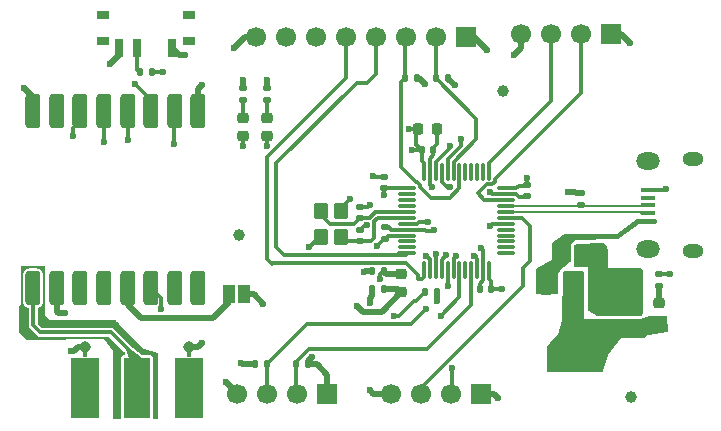
<source format=gbr>
%TF.GenerationSoftware,KiCad,Pcbnew,9.0.3*%
%TF.CreationDate,2025-09-24T15:40:22-07:00*%
%TF.ProjectId,linklet,6c696e6b-6c65-4742-9e6b-696361645f70,rev?*%
%TF.SameCoordinates,Original*%
%TF.FileFunction,Copper,L1,Top*%
%TF.FilePolarity,Positive*%
%FSLAX46Y46*%
G04 Gerber Fmt 4.6, Leading zero omitted, Abs format (unit mm)*
G04 Created by KiCad (PCBNEW 9.0.3) date 2025-09-24 15:40:22*
%MOMM*%
%LPD*%
G01*
G04 APERTURE LIST*
G04 Aperture macros list*
%AMRoundRect*
0 Rectangle with rounded corners*
0 $1 Rounding radius*
0 $2 $3 $4 $5 $6 $7 $8 $9 X,Y pos of 4 corners*
0 Add a 4 corners polygon primitive as box body*
4,1,4,$2,$3,$4,$5,$6,$7,$8,$9,$2,$3,0*
0 Add four circle primitives for the rounded corners*
1,1,$1+$1,$2,$3*
1,1,$1+$1,$4,$5*
1,1,$1+$1,$6,$7*
1,1,$1+$1,$8,$9*
0 Add four rect primitives between the rounded corners*
20,1,$1+$1,$2,$3,$4,$5,0*
20,1,$1+$1,$4,$5,$6,$7,0*
20,1,$1+$1,$6,$7,$8,$9,0*
20,1,$1+$1,$8,$9,$2,$3,0*%
G04 Aperture macros list end*
%TA.AperFunction,SMDPad,CuDef*%
%ADD10RoundRect,0.140000X0.140000X0.170000X-0.140000X0.170000X-0.140000X-0.170000X0.140000X-0.170000X0*%
%TD*%
%TA.AperFunction,SMDPad,CuDef*%
%ADD11C,1.000000*%
%TD*%
%TA.AperFunction,ComponentPad*%
%ADD12R,1.700000X1.700000*%
%TD*%
%TA.AperFunction,ComponentPad*%
%ADD13C,1.700000*%
%TD*%
%TA.AperFunction,SMDPad,CuDef*%
%ADD14RoundRect,0.317500X-0.317500X1.157500X-0.317500X-1.157500X0.317500X-1.157500X0.317500X1.157500X0*%
%TD*%
%TA.AperFunction,SMDPad,CuDef*%
%ADD15RoundRect,0.135000X-0.135000X-0.185000X0.135000X-0.185000X0.135000X0.185000X-0.135000X0.185000X0*%
%TD*%
%TA.AperFunction,SMDPad,CuDef*%
%ADD16RoundRect,0.225000X-0.225000X-0.250000X0.225000X-0.250000X0.225000X0.250000X-0.225000X0.250000X0*%
%TD*%
%TA.AperFunction,SMDPad,CuDef*%
%ADD17RoundRect,0.140000X0.170000X-0.140000X0.170000X0.140000X-0.170000X0.140000X-0.170000X-0.140000X0*%
%TD*%
%TA.AperFunction,SMDPad,CuDef*%
%ADD18RoundRect,0.135000X-0.185000X0.135000X-0.185000X-0.135000X0.185000X-0.135000X0.185000X0.135000X0*%
%TD*%
%TA.AperFunction,SMDPad,CuDef*%
%ADD19R,1.300000X0.450000*%
%TD*%
%TA.AperFunction,HeatsinkPad*%
%ADD20O,1.800000X1.150000*%
%TD*%
%TA.AperFunction,HeatsinkPad*%
%ADD21O,2.000000X1.450000*%
%TD*%
%TA.AperFunction,SMDPad,CuDef*%
%ADD22RoundRect,0.075000X-0.662500X-0.075000X0.662500X-0.075000X0.662500X0.075000X-0.662500X0.075000X0*%
%TD*%
%TA.AperFunction,SMDPad,CuDef*%
%ADD23RoundRect,0.075000X-0.075000X-0.662500X0.075000X-0.662500X0.075000X0.662500X-0.075000X0.662500X0*%
%TD*%
%TA.AperFunction,SMDPad,CuDef*%
%ADD24R,1.000000X0.800000*%
%TD*%
%TA.AperFunction,SMDPad,CuDef*%
%ADD25R,0.700000X1.500000*%
%TD*%
%TA.AperFunction,SMDPad,CuDef*%
%ADD26R,2.290000X5.080000*%
%TD*%
%TA.AperFunction,SMDPad,CuDef*%
%ADD27R,2.420000X5.080000*%
%TD*%
%TA.AperFunction,SMDPad,CuDef*%
%ADD28R,0.460000X0.950000*%
%TD*%
%TA.AperFunction,ComponentPad*%
%ADD29C,0.970000*%
%TD*%
%TA.AperFunction,SMDPad,CuDef*%
%ADD30RoundRect,0.375000X-0.375000X0.625000X-0.375000X-0.625000X0.375000X-0.625000X0.375000X0.625000X0*%
%TD*%
%TA.AperFunction,SMDPad,CuDef*%
%ADD31RoundRect,0.500000X-1.400000X0.500000X-1.400000X-0.500000X1.400000X-0.500000X1.400000X0.500000X0*%
%TD*%
%TA.AperFunction,SMDPad,CuDef*%
%ADD32RoundRect,0.250000X-0.350000X0.450000X-0.350000X-0.450000X0.350000X-0.450000X0.350000X0.450000X0*%
%TD*%
%TA.AperFunction,SMDPad,CuDef*%
%ADD33RoundRect,0.140000X-0.140000X-0.170000X0.140000X-0.170000X0.140000X0.170000X-0.140000X0.170000X0*%
%TD*%
%TA.AperFunction,SMDPad,CuDef*%
%ADD34RoundRect,0.250000X0.475000X-0.250000X0.475000X0.250000X-0.475000X0.250000X-0.475000X-0.250000X0*%
%TD*%
%TA.AperFunction,SMDPad,CuDef*%
%ADD35RoundRect,0.218750X0.256250X-0.218750X0.256250X0.218750X-0.256250X0.218750X-0.256250X-0.218750X0*%
%TD*%
%TA.AperFunction,SMDPad,CuDef*%
%ADD36RoundRect,0.218750X-0.256250X0.218750X-0.256250X-0.218750X0.256250X-0.218750X0.256250X0.218750X0*%
%TD*%
%TA.AperFunction,SMDPad,CuDef*%
%ADD37RoundRect,0.250000X-0.250000X-0.475000X0.250000X-0.475000X0.250000X0.475000X-0.250000X0.475000X0*%
%TD*%
%TA.AperFunction,SMDPad,CuDef*%
%ADD38RoundRect,0.135000X0.135000X0.185000X-0.135000X0.185000X-0.135000X-0.185000X0.135000X-0.185000X0*%
%TD*%
%TA.AperFunction,SMDPad,CuDef*%
%ADD39R,1.000000X1.500000*%
%TD*%
%TA.AperFunction,SMDPad,CuDef*%
%ADD40RoundRect,0.140000X-0.170000X0.140000X-0.170000X-0.140000X0.170000X-0.140000X0.170000X0.140000X0*%
%TD*%
%TA.AperFunction,ViaPad*%
%ADD41C,0.600000*%
%TD*%
%TA.AperFunction,Conductor*%
%ADD42C,0.500000*%
%TD*%
%TA.AperFunction,Conductor*%
%ADD43C,0.300000*%
%TD*%
%TA.AperFunction,Conductor*%
%ADD44C,0.200000*%
%TD*%
%TA.AperFunction,Conductor*%
%ADD45C,0.349394*%
%TD*%
G04 APERTURE END LIST*
D10*
%TO.P,C1,1*%
%TO.N,+3.3V*%
X97980000Y-103312500D03*
%TO.P,C1,2*%
%TO.N,GND*%
X97020000Y-103312500D03*
%TD*%
D11*
%TO.P,FID1,*%
%TO.N,*%
X109800000Y-112500000D03*
%TD*%
D12*
%TO.P,J7,1,Pin_1*%
%TO.N,+3.3V*%
X95890000Y-82000000D03*
D13*
%TO.P,J7,2,Pin_2*%
%TO.N,/USER_I2C_SDA*%
X93350000Y-82000000D03*
%TO.P,J7,3,Pin_3*%
%TO.N,/USER_I2C_SCL*%
X90810000Y-82000000D03*
%TO.P,J7,4,Pin_4*%
%TO.N,/USER_UART_TX*%
X88270000Y-82000000D03*
%TO.P,J7,5,Pin_5*%
%TO.N,/USER_UART_RX*%
X85730000Y-82000000D03*
%TO.P,J7,6,Pin_6*%
%TO.N,unconnected-(J7-Pin_6-Pad6)*%
X83190000Y-82000000D03*
%TO.P,J7,7,Pin_7*%
%TO.N,unconnected-(J7-Pin_7-Pad7)*%
X80650000Y-82000000D03*
%TO.P,J7,8,Pin_8*%
%TO.N,GND*%
X78110000Y-82000000D03*
%TD*%
D14*
%TO.P,U3,1,GND*%
%TO.N,GND*%
X73200000Y-88225000D03*
%TO.P,U3,2,MISO*%
%TO.N,/RFM69HCW_MISO*%
X71200000Y-88225000D03*
%TO.P,U3,3,MOSI*%
%TO.N,/RFM69HCW_MOSI*%
X69200000Y-88225000D03*
%TO.P,U3,4,SCK*%
%TO.N,/RFM69HCW_SCK*%
X67200000Y-88225000D03*
%TO.P,U3,5,NSS*%
%TO.N,/RFM69HCW_CS*%
X65200000Y-88225000D03*
%TO.P,U3,6,RESET*%
%TO.N,/RFM69HCW_RESET*%
X63200000Y-88225000D03*
%TO.P,U3,7,DIO5*%
%TO.N,unconnected-(U3-DIO5-Pad7)*%
X61200000Y-88225000D03*
%TO.P,U3,8,GND*%
%TO.N,GND*%
X59200000Y-88225000D03*
%TO.P,U3,9,ANT*%
%TO.N,/RFM69HCW_ANT*%
X59200000Y-103275000D03*
%TO.P,U3,10,GND*%
%TO.N,GND*%
X61200000Y-103275000D03*
%TO.P,U3,11,DIO3*%
%TO.N,unconnected-(U3-DIO3-Pad11)*%
X63200000Y-103275000D03*
%TO.P,U3,12,DIO4*%
%TO.N,unconnected-(U3-DIO4-Pad12)*%
X65200000Y-103275000D03*
%TO.P,U3,13,3.3V*%
%TO.N,Net-(JP1-B)*%
X67200000Y-103275000D03*
%TO.P,U3,14,DIO0*%
%TO.N,/RFM69HCW_IRQ*%
X69200000Y-103275000D03*
%TO.P,U3,15,DIO1*%
%TO.N,unconnected-(U3-DIO1-Pad15)*%
X71200000Y-103275000D03*
%TO.P,U3,16,DIO2*%
%TO.N,unconnected-(U3-DIO2-Pad16)*%
X73200000Y-103275000D03*
%TD*%
D15*
%TO.P,R8,1*%
%TO.N,/USER_I2C_SCL*%
X90690000Y-85500000D03*
%TO.P,R8,2*%
%TO.N,+3.3V*%
X91710000Y-85500000D03*
%TD*%
D16*
%TO.P,C5,1*%
%TO.N,+3.3V*%
X91825000Y-89812500D03*
%TO.P,C5,2*%
%TO.N,GND*%
X93375000Y-89812500D03*
%TD*%
D17*
%TO.P,C4,1*%
%TO.N,+3.3V*%
X88887500Y-94792500D03*
%TO.P,C4,2*%
%TO.N,GND*%
X88887500Y-93832500D03*
%TD*%
D18*
%TO.P,R3,1*%
%TO.N,GND*%
X112200000Y-102090000D03*
%TO.P,R3,2*%
%TO.N,/PWR_LED_K*%
X112200000Y-103110000D03*
%TD*%
%TO.P,R7,1*%
%TO.N,+3.3V*%
X77000000Y-86352500D03*
%TO.P,R7,2*%
%TO.N,Net-(D3-A)*%
X77000000Y-87372500D03*
%TD*%
D11*
%TO.P,FID3,*%
%TO.N,*%
X76600000Y-98800000D03*
%TD*%
D19*
%TO.P,J1,1,VBUS*%
%TO.N,VBUS*%
X111245000Y-97540000D03*
%TO.P,J1,2,D-*%
%TO.N,/USB_D-*%
X111245000Y-96890000D03*
%TO.P,J1,3,D+*%
%TO.N,/USB_D+*%
X111245000Y-96240000D03*
%TO.P,J1,4,ID*%
%TO.N,unconnected-(J1-ID-Pad4)*%
X111245000Y-95590000D03*
%TO.P,J1,5,GND*%
%TO.N,GND*%
X111245000Y-94940000D03*
D20*
%TO.P,J1,6,Shield*%
%TO.N,unconnected-(J1-Shield-Pad6)_3*%
X115095000Y-100115000D03*
D21*
%TO.N,unconnected-(J1-Shield-Pad6)_2*%
X111295000Y-99965000D03*
%TO.N,unconnected-(J1-Shield-Pad6)_1*%
X111295000Y-92515000D03*
D20*
%TO.N,unconnected-(J1-Shield-Pad6)*%
X115095000Y-92365000D03*
%TD*%
D10*
%TO.P,C7,1*%
%TO.N,+3.3VA*%
X88867500Y-101792500D03*
%TO.P,C7,2*%
%TO.N,GND*%
X87907500Y-101792500D03*
%TD*%
D12*
%TO.P,J2,1,Pin_1*%
%TO.N,+3.3V*%
X108120000Y-81750000D03*
D13*
%TO.P,J2,2,Pin_2*%
%TO.N,/SWDIO*%
X105580000Y-81750000D03*
%TO.P,J2,3,Pin_3*%
%TO.N,/SWCLK*%
X103040000Y-81750000D03*
%TO.P,J2,4,Pin_4*%
%TO.N,GND*%
X100500000Y-81750000D03*
%TD*%
D22*
%TO.P,U1,1,VBAT*%
%TO.N,+3.3V*%
X90887500Y-94812500D03*
%TO.P,U1,2,PC13*%
%TO.N,unconnected-(U1-PC13-Pad2)*%
X90887500Y-95312500D03*
%TO.P,U1,3,PC14*%
%TO.N,unconnected-(U1-PC14-Pad3)*%
X90887500Y-95812500D03*
%TO.P,U1,4,PC15*%
%TO.N,unconnected-(U1-PC15-Pad4)*%
X90887500Y-96312500D03*
%TO.P,U1,5,PD0*%
%TO.N,/HSE_IN*%
X90887500Y-96812500D03*
%TO.P,U1,6,PD1*%
%TO.N,/HSE_OUT*%
X90887500Y-97312500D03*
%TO.P,U1,7,NRST*%
%TO.N,/NRST*%
X90887500Y-97812500D03*
%TO.P,U1,8,VSSA*%
%TO.N,GND*%
X90887500Y-98312500D03*
%TO.P,U1,9,VDDA*%
%TO.N,+3.3VA*%
X90887500Y-98812500D03*
%TO.P,U1,10,PA0*%
%TO.N,unconnected-(U1-PA0-Pad10)*%
X90887500Y-99312500D03*
%TO.P,U1,11,PA1*%
%TO.N,unconnected-(U1-PA1-Pad11)*%
X90887500Y-99812500D03*
%TO.P,U1,12,PA2*%
%TO.N,/USER_UART_TX*%
X90887500Y-100312500D03*
D23*
%TO.P,U1,13,PA3*%
%TO.N,/USER_UART_RX*%
X92300000Y-101725000D03*
%TO.P,U1,14,PA4*%
%TO.N,/RFM69HCW_CS*%
X92800000Y-101725000D03*
%TO.P,U1,15,PA5*%
%TO.N,/RFM69HCW_SCK*%
X93300000Y-101725000D03*
%TO.P,U1,16,PA6*%
%TO.N,/RFM69HCW_MISO*%
X93800000Y-101725000D03*
%TO.P,U1,17,PA7*%
%TO.N,/RFM69HCW_MOSI*%
X94300000Y-101725000D03*
%TO.P,U1,18,PB0*%
%TO.N,/RFM69HCW_IRQ*%
X94800000Y-101725000D03*
%TO.P,U1,19,PB1*%
%TO.N,/RFM69HCW_RESET*%
X95300000Y-101725000D03*
%TO.P,U1,20,PB2*%
%TO.N,unconnected-(U1-PB2-Pad20)*%
X95800000Y-101725000D03*
%TO.P,U1,21,PB10*%
%TO.N,/I2C_SCL*%
X96300000Y-101725000D03*
%TO.P,U1,22,PB11*%
%TO.N,/I2C_SDA*%
X96800000Y-101725000D03*
%TO.P,U1,23,VSS*%
%TO.N,GND*%
X97300000Y-101725000D03*
%TO.P,U1,24,VDD*%
%TO.N,+3.3V*%
X97800000Y-101725000D03*
D22*
%TO.P,U1,25,PB12*%
%TO.N,unconnected-(U1-PB12-Pad25)*%
X99212500Y-100312500D03*
%TO.P,U1,26,PB13*%
%TO.N,unconnected-(U1-PB13-Pad26)*%
X99212500Y-99812500D03*
%TO.P,U1,27,PB14*%
%TO.N,unconnected-(U1-PB14-Pad27)*%
X99212500Y-99312500D03*
%TO.P,U1,28,PB15*%
%TO.N,unconnected-(U1-PB15-Pad28)*%
X99212500Y-98812500D03*
%TO.P,U1,29,PA8*%
%TO.N,unconnected-(U1-PA8-Pad29)*%
X99212500Y-98312500D03*
%TO.P,U1,30,PA9*%
%TO.N,/USART1_TX*%
X99212500Y-97812500D03*
%TO.P,U1,31,PA10*%
%TO.N,/USART1_RX*%
X99212500Y-97312500D03*
%TO.P,U1,32,PA11*%
%TO.N,/USB_D-*%
X99212500Y-96812500D03*
%TO.P,U1,33,PA12*%
%TO.N,/USB_D+*%
X99212500Y-96312500D03*
%TO.P,U1,34,PA13*%
%TO.N,/SWDIO*%
X99212500Y-95812500D03*
%TO.P,U1,35,VSS*%
%TO.N,GND*%
X99212500Y-95312500D03*
%TO.P,U1,36,VDD*%
%TO.N,+3.3V*%
X99212500Y-94812500D03*
D23*
%TO.P,U1,37,PA14*%
%TO.N,/SWCLK*%
X97800000Y-93400000D03*
%TO.P,U1,38,PA15*%
%TO.N,unconnected-(U1-PA15-Pad38)*%
X97300000Y-93400000D03*
%TO.P,U1,39,PB3*%
%TO.N,unconnected-(U1-PB3-Pad39)*%
X96800000Y-93400000D03*
%TO.P,U1,40,PB4*%
%TO.N,unconnected-(U1-PB4-Pad40)*%
X96300000Y-93400000D03*
%TO.P,U1,41,PB5*%
%TO.N,unconnected-(U1-PB5-Pad41)*%
X95800000Y-93400000D03*
%TO.P,U1,42,PB6*%
%TO.N,/USER_I2C_SCL*%
X95300000Y-93400000D03*
%TO.P,U1,43,PB7*%
%TO.N,/USER_I2C_SDA*%
X94800000Y-93400000D03*
%TO.P,U1,44,BOOT0*%
%TO.N,/BOOT0*%
X94300000Y-93400000D03*
%TO.P,U1,45,PB8*%
%TO.N,/TX_LED*%
X93800000Y-93400000D03*
%TO.P,U1,46,PB9*%
%TO.N,/RX_LED*%
X93300000Y-93400000D03*
%TO.P,U1,47,VSS*%
%TO.N,GND*%
X92800000Y-93400000D03*
%TO.P,U1,48,VDD*%
%TO.N,+3.3V*%
X92300000Y-93400000D03*
%TD*%
D24*
%TO.P,SW1,*%
%TO.N,*%
X72400000Y-82310000D03*
X72400000Y-80100000D03*
X65100000Y-82310000D03*
X65100000Y-80100000D03*
D25*
%TO.P,SW1,1,A*%
%TO.N,GND*%
X71000000Y-82960000D03*
%TO.P,SW1,2,B*%
%TO.N,/SW_BOOT0*%
X68000000Y-82960000D03*
%TO.P,SW1,3,C*%
%TO.N,+3.3V*%
X66500000Y-82960000D03*
%TD*%
D26*
%TO.P,J6,1,In*%
%TO.N,/RFM69HCW_ANT*%
X68000000Y-111700000D03*
D27*
%TO.P,J6,2,Ext*%
%TO.N,GND*%
X63620000Y-111700000D03*
X72380000Y-111700000D03*
D28*
X63620000Y-108710000D03*
X72380000Y-108710000D03*
D29*
X63620000Y-108260000D03*
X72380000Y-108260000D03*
%TD*%
D17*
%TO.P,C6,1*%
%TO.N,+3.3VA*%
X89000000Y-99080000D03*
%TO.P,C6,2*%
%TO.N,GND*%
X89000000Y-98120000D03*
%TD*%
D12*
%TO.P,J4,1,Pin_1*%
%TO.N,+3.3V*%
X84080000Y-112200000D03*
D13*
%TO.P,J4,2,Pin_2*%
%TO.N,/I2C_SCL*%
X81540000Y-112200000D03*
%TO.P,J4,3,Pin_3*%
%TO.N,/I2C_SDA*%
X79000000Y-112200000D03*
%TO.P,J4,4,Pin_4*%
%TO.N,GND*%
X76460000Y-112200000D03*
%TD*%
D30*
%TO.P,U2,1,GND*%
%TO.N,GND*%
X107250000Y-102800000D03*
%TO.P,U2,2,VO*%
%TO.N,+3.3V*%
X104950000Y-102800000D03*
D31*
X104950000Y-109100000D03*
D30*
%TO.P,U2,3,VI*%
%TO.N,VBUS*%
X102650000Y-102800000D03*
%TD*%
D32*
%TO.P,Y1,1,1*%
%TO.N,/HSE_IN*%
X83537500Y-96712500D03*
%TO.P,Y1,2,2*%
%TO.N,GND*%
X83537500Y-98912500D03*
%TO.P,Y1,3,3*%
%TO.N,/HSE_OUT*%
X85237500Y-98912500D03*
%TO.P,Y1,4,4*%
%TO.N,GND*%
X85237500Y-96712500D03*
%TD*%
D15*
%TO.P,R9,1*%
%TO.N,/USER_I2C_SDA*%
X93290000Y-85500000D03*
%TO.P,R9,2*%
%TO.N,+3.3V*%
X94310000Y-85500000D03*
%TD*%
D17*
%TO.P,C11,1*%
%TO.N,/HSE_OUT*%
X86887500Y-99292500D03*
%TO.P,C11,2*%
%TO.N,GND*%
X86887500Y-98332500D03*
%TD*%
D33*
%TO.P,C3,1*%
%TO.N,+3.3V*%
X92120000Y-91600000D03*
%TO.P,C3,2*%
%TO.N,GND*%
X93080000Y-91600000D03*
%TD*%
D34*
%TO.P,C13,1*%
%TO.N,+3.3V*%
X109950000Y-106550000D03*
%TO.P,C13,2*%
%TO.N,GND*%
X109950000Y-104650000D03*
%TD*%
D17*
%TO.P,C10,1*%
%TO.N,/HSE_IN*%
X86887500Y-97312500D03*
%TO.P,C10,2*%
%TO.N,GND*%
X86887500Y-96352500D03*
%TD*%
D15*
%TO.P,R4,1*%
%TO.N,/I2C_SCL*%
X81490000Y-109700000D03*
%TO.P,R4,2*%
%TO.N,+3.3V*%
X82510000Y-109700000D03*
%TD*%
D35*
%TO.P,D2,1,K*%
%TO.N,/TX_LED*%
X79000000Y-90400000D03*
%TO.P,D2,2,A*%
%TO.N,Net-(D2-A)*%
X79000000Y-88825000D03*
%TD*%
D15*
%TO.P,R1,1*%
%TO.N,/SW_BOOT0*%
X68240000Y-85000000D03*
%TO.P,R1,2*%
%TO.N,/BOOT0*%
X69260000Y-85000000D03*
%TD*%
D36*
%TO.P,FB1,1*%
%TO.N,+3.3VA*%
X90387500Y-102025000D03*
%TO.P,FB1,2*%
%TO.N,+3.3V*%
X90387500Y-103600000D03*
%TD*%
D18*
%TO.P,R2,1*%
%TO.N,+3.3V*%
X105600000Y-95190000D03*
%TO.P,R2,2*%
%TO.N,/USB_D+*%
X105600000Y-96210000D03*
%TD*%
%TO.P,R6,1*%
%TO.N,+3.3V*%
X79010000Y-86352500D03*
%TO.P,R6,2*%
%TO.N,Net-(D2-A)*%
X79010000Y-87372500D03*
%TD*%
D36*
%TO.P,D1,1,K*%
%TO.N,/PWR_LED_K*%
X112200000Y-104562500D03*
%TO.P,D1,2,A*%
%TO.N,+3.3V*%
X112200000Y-106137500D03*
%TD*%
D33*
%TO.P,C9,1*%
%TO.N,/NRST*%
X92407500Y-103562500D03*
%TO.P,C9,2*%
%TO.N,GND*%
X93367500Y-103562500D03*
%TD*%
D35*
%TO.P,D3,1,K*%
%TO.N,/RX_LED*%
X77000000Y-90400000D03*
%TO.P,D3,2,A*%
%TO.N,Net-(D3-A)*%
X77000000Y-88825000D03*
%TD*%
D37*
%TO.P,C12,1*%
%TO.N,VBUS*%
X103750000Y-100350000D03*
%TO.P,C12,2*%
%TO.N,GND*%
X105650000Y-100350000D03*
%TD*%
D38*
%TO.P,R5,1*%
%TO.N,/I2C_SDA*%
X79010000Y-109700000D03*
%TO.P,R5,2*%
%TO.N,+3.3V*%
X77990000Y-109700000D03*
%TD*%
D10*
%TO.P,C8,1*%
%TO.N,+3.3V*%
X88867500Y-103312500D03*
%TO.P,C8,2*%
%TO.N,GND*%
X87907500Y-103312500D03*
%TD*%
D39*
%TO.P,JP1,1,A*%
%TO.N,+3.3V*%
X77050000Y-103800000D03*
%TO.P,JP1,2,B*%
%TO.N,Net-(JP1-B)*%
X75750000Y-103800000D03*
%TD*%
D11*
%TO.P,FID2,*%
%TO.N,*%
X99000000Y-86600000D03*
%TD*%
D40*
%TO.P,C2,1*%
%TO.N,+3.3V*%
X101000000Y-94515000D03*
%TO.P,C2,2*%
%TO.N,GND*%
X101000000Y-95475000D03*
%TD*%
D12*
%TO.P,J3,1,Pin_1*%
%TO.N,+3.3V*%
X97120000Y-112200000D03*
D13*
%TO.P,J3,2,Pin_2*%
%TO.N,/USART1_TX*%
X94580000Y-112200000D03*
%TO.P,J3,3,Pin_3*%
%TO.N,/USART1_RX*%
X92040000Y-112200000D03*
%TO.P,J3,4,Pin_4*%
%TO.N,GND*%
X89500000Y-112200000D03*
%TD*%
D41*
%TO.N,GND*%
X107000000Y-100800000D03*
X93106714Y-98356821D03*
X61900000Y-105400000D03*
X58500000Y-105500000D03*
X58400000Y-86300000D03*
X107800000Y-104400000D03*
X66200000Y-106400000D03*
X99900000Y-83500000D03*
X112800000Y-94900000D03*
X107000000Y-99900000D03*
X87700000Y-111900000D03*
X97090000Y-99850000D03*
X109500000Y-103600000D03*
X93400000Y-104350000D03*
X113100000Y-102100000D03*
X87700000Y-104500000D03*
X87450001Y-97959625D03*
X73500000Y-107900000D03*
X62400000Y-108600000D03*
X82600000Y-99800000D03*
X93000000Y-94700000D03*
X88000000Y-93800000D03*
X72100000Y-83500000D03*
X73500000Y-86100000D03*
X76200000Y-82900000D03*
X87200000Y-101900000D03*
X97900000Y-95162500D03*
X87700000Y-96200000D03*
X75500000Y-111200000D03*
X110400000Y-103600000D03*
X86000000Y-95700000D03*
X60000000Y-106000000D03*
X106600000Y-104400000D03*
%TO.N,+3.3V*%
X92400000Y-86000000D03*
X98600000Y-112600000D03*
X108600000Y-107200000D03*
X91000000Y-89800000D03*
X77000000Y-85600000D03*
X82800000Y-109100000D03*
X91300000Y-91600000D03*
X76800000Y-109600000D03*
X86600000Y-104750000D03*
X65700000Y-84300000D03*
X109700000Y-82500000D03*
X98900000Y-103300000D03*
X101000000Y-93900000D03*
X94900000Y-86100000D03*
X103800000Y-107600000D03*
X106100000Y-107600000D03*
X78700000Y-104600000D03*
X79000000Y-85600000D03*
X108600000Y-106500000D03*
X104500000Y-95100000D03*
X97600000Y-83100000D03*
X105400000Y-104400000D03*
X104400000Y-104400000D03*
X88900000Y-95400000D03*
X111400000Y-107000000D03*
%TO.N,+3.3VA*%
X88309620Y-99709620D03*
X88600000Y-102450000D03*
%TO.N,/NRST*%
X92650000Y-97700000D03*
X89750000Y-105650000D03*
%TO.N,/TX_LED*%
X94490380Y-94690380D03*
X79000000Y-91200000D03*
%TO.N,/RX_LED*%
X94515103Y-91215103D03*
X77000000Y-91200000D03*
%TO.N,/USART1_TX*%
X94700000Y-110000000D03*
X97900000Y-98000000D03*
%TO.N,/I2C_SDA*%
X96500000Y-100500000D03*
X92500000Y-105000000D03*
%TO.N,/BOOT0*%
X95400000Y-90600000D03*
X70200000Y-85000000D03*
%TO.N,/RFM69HCW_IRQ*%
X70000000Y-105050000D03*
X94992499Y-100535021D03*
%TO.N,/RFM69HCW_MISO*%
X71100000Y-91100000D03*
X94193879Y-100488064D03*
%TO.N,/RFM69HCW_SCK*%
X93320000Y-100410000D03*
X67200000Y-90700000D03*
%TO.N,/RFM69HCW_CS*%
X65200000Y-90900000D03*
X92500000Y-100500000D03*
%TO.N,/RFM69HCW_RESET*%
X62600000Y-90400000D03*
X93700000Y-105650000D03*
%TO.N,/RFM69HCW_MOSI*%
X94300000Y-103100000D03*
X67800000Y-86000000D03*
%TD*%
D42*
%TO.N,GND*%
X93400000Y-104350000D02*
X93400000Y-103595000D01*
D43*
X93080000Y-91600000D02*
X93080000Y-91420000D01*
D42*
X62620000Y-108600000D02*
X62960000Y-108260000D01*
X73140000Y-108260000D02*
X73500000Y-107900000D01*
D43*
X93080000Y-92020000D02*
X93080000Y-91600000D01*
X83487500Y-98912500D02*
X82600000Y-99800000D01*
X93106714Y-98356821D02*
X93063535Y-98400000D01*
D42*
X87700000Y-104500000D02*
X87700000Y-104100000D01*
D43*
X87260375Y-97959625D02*
X86887500Y-98332500D01*
X89492500Y-98312500D02*
X89300000Y-98120000D01*
X85237500Y-96462500D02*
X86000000Y-95700000D01*
X98050000Y-95312500D02*
X97900000Y-95162500D01*
D42*
X100500000Y-82900000D02*
X99900000Y-83500000D01*
X87700000Y-104100000D02*
X87907500Y-103892500D01*
D43*
X93400000Y-90050000D02*
X93162500Y-89812500D01*
X87547500Y-96352500D02*
X87700000Y-96200000D01*
X93400000Y-91100000D02*
X93400000Y-90050000D01*
D42*
X71000000Y-82960000D02*
X71540000Y-83500000D01*
D43*
X91300000Y-98312500D02*
X89492500Y-98312500D01*
X111645000Y-94940000D02*
X112760000Y-94940000D01*
D42*
X71540000Y-83500000D02*
X72100000Y-83500000D01*
D43*
X88887500Y-93832500D02*
X88032500Y-93832500D01*
X83537500Y-98912500D02*
X83487500Y-98912500D01*
D42*
X73200000Y-86400000D02*
X73500000Y-86100000D01*
D43*
X88032500Y-93832500D02*
X88000000Y-93800000D01*
X100380000Y-95580000D02*
X101000000Y-95580000D01*
X97300000Y-101725000D02*
X97300000Y-102600000D01*
X92800000Y-94500000D02*
X93000000Y-94700000D01*
D42*
X61300000Y-105400000D02*
X61200000Y-105300000D01*
D43*
X97300000Y-100060000D02*
X97090000Y-99850000D01*
D42*
X62400000Y-108600000D02*
X62620000Y-108600000D01*
D43*
X100112500Y-95312500D02*
X100380000Y-95580000D01*
X92800000Y-92300000D02*
X93080000Y-92020000D01*
X97000000Y-103332500D02*
X97020000Y-103312500D01*
D42*
X87907500Y-101792500D02*
X87307500Y-101792500D01*
X93400000Y-103595000D02*
X93367500Y-103562500D01*
X59200000Y-88225000D02*
X59200000Y-87100000D01*
D43*
X86887500Y-96352500D02*
X87547500Y-96352500D01*
X99212500Y-95312500D02*
X100112500Y-95312500D01*
D42*
X77100000Y-82000000D02*
X76200000Y-82900000D01*
X100500000Y-81750000D02*
X100500000Y-82900000D01*
X89500000Y-112200000D02*
X88000000Y-112200000D01*
D43*
X97300000Y-101725000D02*
X97300000Y-100060000D01*
X99212500Y-95312500D02*
X98050000Y-95312500D01*
X97020000Y-102880000D02*
X97020000Y-103312500D01*
D42*
X87307500Y-101792500D02*
X87200000Y-101900000D01*
D43*
X93063535Y-98400000D02*
X92500000Y-98400000D01*
D42*
X62960000Y-108260000D02*
X63620000Y-108260000D01*
X87907500Y-103892500D02*
X87907500Y-103312500D01*
D43*
X112760000Y-94940000D02*
X112800000Y-94900000D01*
D42*
X59200000Y-87100000D02*
X58400000Y-86300000D01*
X73200000Y-88225000D02*
X73200000Y-86400000D01*
X76460000Y-112160000D02*
X75500000Y-111200000D01*
D43*
X93500000Y-89800000D02*
X93487500Y-89812500D01*
D42*
X76460000Y-112200000D02*
X76460000Y-112160000D01*
X72380000Y-108260000D02*
X73140000Y-108260000D01*
D43*
X92412500Y-98312500D02*
X90887500Y-98312500D01*
D42*
X78110000Y-82000000D02*
X77100000Y-82000000D01*
X61200000Y-105300000D02*
X61200000Y-103275000D01*
D43*
X112200000Y-102090000D02*
X113090000Y-102090000D01*
X93487500Y-89812500D02*
X93375000Y-89812500D01*
X85237500Y-96712500D02*
X85237500Y-96462500D01*
X92500000Y-98400000D02*
X92412500Y-98312500D01*
X92800000Y-93400000D02*
X92800000Y-92300000D01*
D42*
X88000000Y-112200000D02*
X87700000Y-111900000D01*
X61900000Y-105400000D02*
X61300000Y-105400000D01*
D43*
X87450001Y-97959625D02*
X87260375Y-97959625D01*
X97300000Y-102600000D02*
X97020000Y-102880000D01*
X93080000Y-91420000D02*
X93400000Y-91100000D01*
X113090000Y-102090000D02*
X113100000Y-102100000D01*
X92800000Y-93400000D02*
X92800000Y-94500000D01*
D42*
%TO.N,+3.3V*%
X88736500Y-105251000D02*
X87101000Y-105251000D01*
X95890000Y-82000000D02*
X96500000Y-82000000D01*
X108120000Y-81750000D02*
X108950000Y-81750000D01*
D43*
X88907500Y-94812500D02*
X88887500Y-94792500D01*
D42*
X66500000Y-82960000D02*
X66500000Y-83500000D01*
D43*
X88887500Y-95387500D02*
X88900000Y-95400000D01*
X91000000Y-89800000D02*
X91812500Y-89800000D01*
D42*
X77900000Y-103800000D02*
X78700000Y-104600000D01*
X91900000Y-85500000D02*
X91710000Y-85500000D01*
X97120000Y-112200000D02*
X98200000Y-112200000D01*
D43*
X99212500Y-94812500D02*
X100087500Y-94812500D01*
X90887500Y-94812500D02*
X88907500Y-94812500D01*
X98887500Y-103312500D02*
X98900000Y-103300000D01*
X101000000Y-94620000D02*
X101000000Y-93900000D01*
D42*
X82510000Y-109700000D02*
X83200000Y-109700000D01*
X90100000Y-103312500D02*
X90387500Y-103600000D01*
D43*
X88887500Y-94792500D02*
X88887500Y-95387500D01*
X100087500Y-94812500D02*
X100300000Y-94600000D01*
D44*
X94310000Y-85500000D02*
X94310000Y-85510000D01*
D42*
X82510000Y-109700000D02*
X82510000Y-109390000D01*
X77000000Y-86352500D02*
X77000000Y-85600000D01*
X94400000Y-85600000D02*
X94900000Y-86100000D01*
X105100000Y-95100000D02*
X105190000Y-95190000D01*
X83200000Y-109700000D02*
X84080000Y-110580000D01*
X77050000Y-103800000D02*
X77900000Y-103800000D01*
D43*
X92120000Y-91600000D02*
X92100000Y-91600000D01*
X97800000Y-101725000D02*
X97800000Y-102500000D01*
X100300000Y-94600000D02*
X100320000Y-94620000D01*
D42*
X104500000Y-95100000D02*
X105100000Y-95100000D01*
D44*
X94310000Y-85510000D02*
X94400000Y-85600000D01*
D43*
X92300000Y-93400000D02*
X92300000Y-92700000D01*
D42*
X105190000Y-95190000D02*
X105600000Y-95190000D01*
D43*
X91612500Y-91112500D02*
X91612500Y-89812500D01*
X97980000Y-102680000D02*
X97980000Y-103312500D01*
D42*
X82510000Y-109390000D02*
X82800000Y-109100000D01*
X88867500Y-103312500D02*
X90100000Y-103312500D01*
D43*
X92300000Y-92700000D02*
X92120000Y-92520000D01*
X92100000Y-91600000D02*
X91612500Y-91112500D01*
D42*
X87101000Y-105251000D02*
X86600000Y-104750000D01*
X79010000Y-86352500D02*
X79010000Y-85610000D01*
X108950000Y-81750000D02*
X109700000Y-82500000D01*
X84080000Y-110580000D02*
X84080000Y-112200000D01*
X96500000Y-82000000D02*
X97600000Y-83100000D01*
D43*
X100320000Y-94620000D02*
X101000000Y-94620000D01*
D42*
X79010000Y-85610000D02*
X79000000Y-85600000D01*
X66500000Y-83500000D02*
X65700000Y-84300000D01*
D43*
X91300000Y-91600000D02*
X92120000Y-91600000D01*
D42*
X76900000Y-109700000D02*
X76800000Y-109600000D01*
X98200000Y-112200000D02*
X98600000Y-112600000D01*
D43*
X97980000Y-103312500D02*
X98887500Y-103312500D01*
D42*
X90387500Y-103600000D02*
X88736500Y-105251000D01*
D43*
X91812500Y-89800000D02*
X91825000Y-89812500D01*
D42*
X91900000Y-85500000D02*
X92400000Y-86000000D01*
D43*
X92120000Y-92520000D02*
X92120000Y-91600000D01*
X97800000Y-102500000D02*
X97980000Y-102680000D01*
D42*
X77990000Y-109700000D02*
X76900000Y-109700000D01*
%TO.N,+3.3VA*%
X90387500Y-102025000D02*
X89100000Y-102025000D01*
D43*
X88600000Y-102060000D02*
X88867500Y-101792500D01*
X90887500Y-98812500D02*
X89267500Y-98812500D01*
X89000000Y-99080000D02*
X88939240Y-99080000D01*
X91300000Y-98812500D02*
X90400000Y-98812500D01*
X89267500Y-98812500D02*
X89000000Y-99080000D01*
X88600000Y-102450000D02*
X88600000Y-102060000D01*
X88939240Y-99080000D02*
X88309620Y-99709620D01*
D42*
X89100000Y-102025000D02*
X88867500Y-101792500D01*
D43*
%TO.N,/NRST*%
X92650000Y-97700000D02*
X91842034Y-97700000D01*
X90150000Y-105650000D02*
X91411500Y-104388500D01*
X91581500Y-104388500D02*
X92407500Y-103562500D01*
X91842034Y-97700000D02*
X91729534Y-97812500D01*
X91411500Y-104388500D02*
X91581500Y-104388500D01*
X91729534Y-97812500D02*
X90887500Y-97812500D01*
X89750000Y-105650000D02*
X90150000Y-105650000D01*
%TO.N,/HSE_IN*%
X86887500Y-97312500D02*
X86891375Y-97308625D01*
X84300000Y-97800000D02*
X83537500Y-97037500D01*
X87682854Y-97308625D02*
X88178979Y-96812500D01*
X83537500Y-97037500D02*
X83537500Y-96712500D01*
X86400000Y-97800000D02*
X84300000Y-97800000D01*
X86891375Y-97308625D02*
X87682854Y-97308625D01*
X88178979Y-96812500D02*
X90887500Y-96812500D01*
X86887500Y-97312500D02*
X86400000Y-97800000D01*
%TO.N,/HSE_OUT*%
X86887500Y-99292500D02*
X85617500Y-99292500D01*
X88100000Y-97600000D02*
X88100000Y-99000000D01*
X87807500Y-99292500D02*
X86887500Y-99292500D01*
X90887500Y-97312500D02*
X88387500Y-97312500D01*
X88100000Y-99000000D02*
X87807500Y-99292500D01*
X88387500Y-97312500D02*
X88100000Y-97600000D01*
X85617500Y-99292500D02*
X85237500Y-98912500D01*
D42*
%TO.N,/PWR_LED_K*%
X112200000Y-104562500D02*
X112200000Y-103110000D01*
D43*
%TO.N,/TX_LED*%
X94248346Y-94690380D02*
X93800000Y-94242034D01*
X93800000Y-94242034D02*
X93800000Y-93400000D01*
X79000000Y-90400000D02*
X79000000Y-91200000D01*
X94490380Y-94690380D02*
X94248346Y-94690380D01*
%TO.N,Net-(D2-A)*%
X79000000Y-87382500D02*
X79010000Y-87372500D01*
X79000000Y-88825000D02*
X79000000Y-87382500D01*
%TO.N,/RX_LED*%
X93581000Y-92311500D02*
X94515103Y-91377397D01*
X94515103Y-91377397D02*
X94515103Y-91215103D01*
X77000000Y-90400000D02*
X77000000Y-91200000D01*
X93546466Y-92311500D02*
X93581000Y-92311500D01*
X93300000Y-92557966D02*
X93546466Y-92311500D01*
X93300000Y-93400000D02*
X93300000Y-92557966D01*
%TO.N,Net-(D3-A)*%
X77000000Y-88825000D02*
X77000000Y-87372500D01*
D44*
%TO.N,/USB_D-*%
X110569999Y-96790000D02*
X99047912Y-96790000D01*
X110669999Y-96890000D02*
X110569999Y-96790000D01*
X111645000Y-96890000D02*
X110669999Y-96890000D01*
%TO.N,/USB_D+*%
X111645000Y-96240000D02*
X110669999Y-96240000D01*
X110669999Y-96240000D02*
X110569999Y-96340000D01*
X110569999Y-96340000D02*
X99047912Y-96340000D01*
D43*
%TO.N,/SWCLK*%
X97800000Y-92700000D02*
X103040000Y-87460000D01*
X97800000Y-93400000D02*
X97800000Y-92700000D01*
X103040000Y-87460000D02*
X103040000Y-81750000D01*
%TO.N,/SWDIO*%
X98301000Y-94241034D02*
X98301000Y-93999000D01*
X98053534Y-94488500D02*
X98301000Y-94241034D01*
X97412500Y-95812500D02*
X96850000Y-95250000D01*
X98301000Y-93999000D02*
X105580000Y-86720000D01*
X105580000Y-86720000D02*
X105580000Y-81750000D01*
X97611500Y-94488500D02*
X98053534Y-94488500D01*
X96850000Y-95250000D02*
X97611500Y-94488500D01*
X99212500Y-95812500D02*
X97412500Y-95812500D01*
%TO.N,/USART1_RX*%
X91700000Y-111860000D02*
X92040000Y-112200000D01*
X92040000Y-111739346D02*
X100700000Y-103079346D01*
X92040000Y-112200000D02*
X92040000Y-111739346D01*
X100612500Y-97312500D02*
X99212500Y-97312500D01*
X101300000Y-98000000D02*
X100612500Y-97312500D01*
X100700000Y-101600000D02*
X101300000Y-101000000D01*
X100700000Y-103079346D02*
X100700000Y-101600000D01*
X101300000Y-101000000D02*
X101300000Y-98000000D01*
%TO.N,/USART1_TX*%
X98087500Y-97812500D02*
X97900000Y-98000000D01*
X94700000Y-110000000D02*
X94700000Y-112080000D01*
X99212500Y-97812500D02*
X98087500Y-97812500D01*
X94700000Y-112080000D02*
X94580000Y-112200000D01*
%TO.N,/I2C_SDA*%
X96800000Y-101725000D02*
X96800000Y-100800000D01*
X79010000Y-109700000D02*
X79010000Y-112190000D01*
X96500000Y-100500000D02*
X96700000Y-100500000D01*
X91200000Y-106300000D02*
X82410000Y-106300000D01*
X92500000Y-105000000D02*
X91200000Y-106300000D01*
X96800000Y-100800000D02*
X96500000Y-100500000D01*
X79010000Y-112190000D02*
X79000000Y-112200000D01*
X82410000Y-106300000D02*
X79010000Y-109700000D01*
%TO.N,/I2C_SCL*%
X92551000Y-108449000D02*
X82530346Y-108449000D01*
X96300000Y-104700000D02*
X92551000Y-108449000D01*
X81490000Y-109700000D02*
X81490000Y-112150000D01*
X82530346Y-108449000D02*
X81490000Y-109489346D01*
X81490000Y-109489346D02*
X81490000Y-109700000D01*
X81490000Y-112150000D02*
X81540000Y-112200000D01*
X96300000Y-101725000D02*
X96300000Y-104700000D01*
D45*
%TO.N,/RFM69HCW_ANT*%
X59200000Y-103275000D02*
X59200000Y-106400000D01*
X59800000Y-107000000D02*
X65800000Y-107000000D01*
X59200000Y-106400000D02*
X59800000Y-107000000D01*
X65800000Y-107000000D02*
X68000000Y-109200000D01*
X68000000Y-109200000D02*
X68000000Y-111700000D01*
D43*
%TO.N,/USER_I2C_SDA*%
X93350000Y-82000000D02*
X93290000Y-82060000D01*
X93290000Y-82060000D02*
X93290000Y-85500000D01*
X94800000Y-92557966D02*
X94800000Y-93400000D01*
X93290000Y-85500000D02*
X96700000Y-88910000D01*
X96700000Y-88910000D02*
X96700000Y-90657966D01*
X96700000Y-90657966D02*
X94800000Y-92557966D01*
%TO.N,/USER_UART_TX*%
X87500000Y-85900000D02*
X88270000Y-85130000D01*
X80451000Y-100451000D02*
X79800000Y-99800000D01*
X90749000Y-100451000D02*
X80451000Y-100451000D01*
X88270000Y-85130000D02*
X88270000Y-82000000D01*
X90887500Y-100312500D02*
X90749000Y-100451000D01*
X86600000Y-85900000D02*
X87500000Y-85900000D01*
X79800000Y-99800000D02*
X79800000Y-92700000D01*
X90887500Y-100312500D02*
X90187500Y-100312500D01*
X79800000Y-92700000D02*
X86600000Y-85900000D01*
%TO.N,/USER_UART_RX*%
X92300000Y-101725000D02*
X92300000Y-102300000D01*
X85730000Y-85470000D02*
X85730000Y-82000000D01*
X90780810Y-101131500D02*
X79468500Y-101131500D01*
X92300000Y-102300000D02*
X92100000Y-102500000D01*
X91800000Y-102500000D02*
X91800000Y-102150690D01*
X79400000Y-101200000D02*
X79000000Y-100800000D01*
X92100000Y-102500000D02*
X91800000Y-102500000D01*
X79000000Y-100800000D02*
X79000000Y-92200000D01*
X91800000Y-102150690D02*
X90780810Y-101131500D01*
X79000000Y-92200000D02*
X85730000Y-85470000D01*
X79468500Y-101131500D02*
X79400000Y-101200000D01*
%TO.N,/USER_I2C_SCL*%
X90810000Y-82000000D02*
X90690000Y-82120000D01*
X91728534Y-94311500D02*
X91976000Y-94558966D01*
X91611500Y-94311500D02*
X91728534Y-94311500D01*
X91976000Y-94676000D02*
X92900000Y-95600000D01*
X92900000Y-95600000D02*
X94500000Y-95600000D01*
X90690000Y-82120000D02*
X90690000Y-85500000D01*
X95300000Y-94800000D02*
X95300000Y-93400000D01*
X90349000Y-85841000D02*
X90349000Y-93049000D01*
X90349000Y-93049000D02*
X91611500Y-94311500D01*
X91976000Y-94558966D02*
X91976000Y-94676000D01*
X94500000Y-95600000D02*
X95300000Y-94800000D01*
X90690000Y-85500000D02*
X90349000Y-85841000D01*
D42*
%TO.N,Net-(JP1-B)*%
X67200000Y-104700000D02*
X67200000Y-103275000D01*
X68300000Y-105800000D02*
X67200000Y-104700000D01*
X75750000Y-104450000D02*
X74400000Y-105800000D01*
X74400000Y-105800000D02*
X68300000Y-105800000D01*
X75750000Y-103800000D02*
X75750000Y-104450000D01*
D43*
%TO.N,/SW_BOOT0*%
X68000000Y-84760000D02*
X68240000Y-85000000D01*
X68000000Y-82960000D02*
X68000000Y-84760000D01*
%TO.N,/BOOT0*%
X69260000Y-85000000D02*
X70200000Y-85000000D01*
X94300000Y-93400000D02*
X94300000Y-92557966D01*
X95400000Y-91249446D02*
X94299000Y-92350446D01*
X94299000Y-92350446D02*
X94299000Y-92556966D01*
X94300000Y-92557966D02*
X94299000Y-92556966D01*
X95400000Y-90600000D02*
X95400000Y-91249446D01*
%TO.N,/RFM69HCW_IRQ*%
X70000000Y-104075000D02*
X69200000Y-103275000D01*
X70000000Y-105050000D02*
X70000000Y-104075000D01*
X94800000Y-101725000D02*
X94800000Y-100727520D01*
X94800000Y-100727520D02*
X94992499Y-100535021D01*
%TO.N,/RFM69HCW_MISO*%
X93800000Y-101725000D02*
X93800000Y-100881943D01*
X93800000Y-100881943D02*
X94193879Y-100488064D01*
X71100000Y-91100000D02*
X71100000Y-88325000D01*
X71100000Y-88325000D02*
X71200000Y-88225000D01*
%TO.N,/RFM69HCW_SCK*%
X93300000Y-100430000D02*
X93320000Y-100410000D01*
X67200000Y-90700000D02*
X67200000Y-88225000D01*
X93300000Y-101725000D02*
X93300000Y-100430000D01*
%TO.N,/RFM69HCW_CS*%
X92800000Y-101725000D02*
X92800000Y-100800000D01*
X92800000Y-100800000D02*
X92500000Y-100500000D01*
X65200000Y-90900000D02*
X65200000Y-88225000D01*
%TO.N,/RFM69HCW_RESET*%
X62600000Y-90400000D02*
X62600000Y-89700000D01*
X63200000Y-89100000D02*
X63200000Y-88225000D01*
X95300000Y-101725000D02*
X95300000Y-104050000D01*
X62600000Y-89700000D02*
X63200000Y-89100000D01*
X95300000Y-104050000D02*
X93700000Y-105650000D01*
%TO.N,/RFM69HCW_MOSI*%
X68800000Y-87000000D02*
X68800000Y-87825000D01*
X67800000Y-86000000D02*
X68800000Y-87000000D01*
X94300000Y-101725000D02*
X94300000Y-103100000D01*
X68800000Y-87825000D02*
X69200000Y-88225000D01*
%TD*%
%TA.AperFunction,Conductor*%
%TO.N,VBUS*%
G36*
X110439052Y-97374631D02*
G01*
X110525009Y-97412585D01*
X110550135Y-97415500D01*
X111876000Y-97415499D01*
X111884685Y-97418049D01*
X111893647Y-97416761D01*
X111917687Y-97427739D01*
X111943039Y-97435184D01*
X111948966Y-97442024D01*
X111957203Y-97445786D01*
X111971490Y-97468018D01*
X111988794Y-97487987D01*
X111991081Y-97498502D01*
X111994977Y-97504564D01*
X112000000Y-97539499D01*
X112000000Y-97676000D01*
X111980315Y-97743039D01*
X111927511Y-97788794D01*
X111876000Y-97800000D01*
X110499999Y-97800000D01*
X108730970Y-99077632D01*
X108665097Y-99100925D01*
X108661812Y-99101060D01*
X105100000Y-99199999D01*
X105099999Y-99200000D01*
X104700000Y-99499999D01*
X104700000Y-100944315D01*
X104680315Y-101011354D01*
X104658381Y-101036994D01*
X104153625Y-101485665D01*
X104103298Y-101512771D01*
X104076001Y-101520075D01*
X104075993Y-101520078D01*
X103977767Y-101574430D01*
X103977761Y-101574435D01*
X103923883Y-101618921D01*
X103923879Y-101618924D01*
X103923879Y-101618925D01*
X103880652Y-101662638D01*
X103824681Y-101766519D01*
X103823424Y-101765842D01*
X103796885Y-101802767D01*
X103600000Y-101977777D01*
X103600000Y-103676000D01*
X103580315Y-103743039D01*
X103527511Y-103788794D01*
X103476000Y-103800000D01*
X103300000Y-103800000D01*
X101924000Y-103800000D01*
X101856961Y-103780315D01*
X101811206Y-103727511D01*
X101800000Y-103676000D01*
X101800000Y-101674063D01*
X101819685Y-101607024D01*
X101865209Y-101564887D01*
X103100000Y-100900000D01*
X103100000Y-99559597D01*
X103119685Y-99492558D01*
X103146536Y-99462771D01*
X104066035Y-98727172D01*
X104130681Y-98700664D01*
X104143497Y-98700000D01*
X108599999Y-98700000D01*
X108600000Y-98700000D01*
X110300000Y-97400000D01*
X110300000Y-97399999D01*
X110313644Y-97389566D01*
X110378855Y-97364479D01*
X110439052Y-97374631D01*
G37*
%TD.AperFunction*%
%TD*%
%TA.AperFunction,Conductor*%
%TO.N,+3.3V*%
G36*
X105743039Y-101819685D02*
G01*
X105788794Y-101872489D01*
X105800000Y-101924000D01*
X105800000Y-105900000D01*
X110700000Y-105900000D01*
X111376606Y-105610026D01*
X111425452Y-105600000D01*
X112784541Y-105600000D01*
X112851580Y-105619685D01*
X112897335Y-105672489D01*
X112908226Y-105715165D01*
X112991560Y-106881853D01*
X112976702Y-106950125D01*
X112927292Y-106999526D01*
X112882363Y-107013839D01*
X111299998Y-107200000D01*
X110933067Y-107475200D01*
X110867625Y-107499676D01*
X110858667Y-107500000D01*
X109000000Y-107500000D01*
X107900000Y-108900000D01*
X107441334Y-110276000D01*
X107428263Y-110315212D01*
X107388389Y-110372587D01*
X107323825Y-110399295D01*
X107310626Y-110400000D01*
X102824000Y-110400000D01*
X102756961Y-110380315D01*
X102711206Y-110327511D01*
X102700000Y-110276000D01*
X102700000Y-108339738D01*
X102719685Y-108272699D01*
X102723097Y-108267665D01*
X103194037Y-107608348D01*
X103207253Y-107592746D01*
X103600000Y-107200000D01*
X104000000Y-106000000D01*
X104097118Y-101921048D01*
X104118393Y-101854497D01*
X104172271Y-101810011D01*
X104221083Y-101800000D01*
X105676000Y-101800000D01*
X105743039Y-101819685D01*
G37*
%TD.AperFunction*%
%TD*%
%TA.AperFunction,Conductor*%
%TO.N,GND*%
G36*
X60185648Y-101414352D02*
G01*
X60200000Y-101449000D01*
X60200000Y-104600000D01*
X60200000Y-105600000D01*
X60600000Y-106000000D01*
X66179704Y-106000000D01*
X66214352Y-106014352D01*
X68600000Y-108400000D01*
X69766496Y-108788832D01*
X69794827Y-108813403D01*
X69800000Y-108835316D01*
X69800000Y-114289589D01*
X69785648Y-114324237D01*
X69751000Y-114338589D01*
X69750822Y-114338589D01*
X69389607Y-114337276D01*
X69355011Y-114322798D01*
X69340785Y-114288098D01*
X69341727Y-114278716D01*
X69342242Y-114276128D01*
X69345500Y-114259748D01*
X69345500Y-109140252D01*
X69333867Y-109081769D01*
X69307301Y-109042012D01*
X69289552Y-109015447D01*
X69249795Y-108988882D01*
X69223231Y-108971133D01*
X69164748Y-108959500D01*
X69164745Y-108959500D01*
X68521500Y-108959500D01*
X68492100Y-108949700D01*
X68419173Y-108895005D01*
X67647719Y-108316414D01*
X67642471Y-108311862D01*
X66103028Y-106772419D01*
X66103026Y-106772416D01*
X66030379Y-106699769D01*
X66030377Y-106699767D01*
X66030374Y-106699765D01*
X66030370Y-106699762D01*
X65944823Y-106650373D01*
X65944817Y-106650370D01*
X65924655Y-106644968D01*
X65924654Y-106644968D01*
X65849398Y-106624802D01*
X65849396Y-106624802D01*
X65750604Y-106624802D01*
X65747607Y-106624802D01*
X65747591Y-106624803D01*
X59975707Y-106624803D01*
X59941059Y-106610451D01*
X59589549Y-106258940D01*
X59575197Y-106224292D01*
X59575197Y-104991908D01*
X59589549Y-104957260D01*
X59618353Y-104943258D01*
X59641297Y-104940503D01*
X59773764Y-104888265D01*
X59887225Y-104802225D01*
X59973265Y-104688764D01*
X60025503Y-104556297D01*
X60035500Y-104473052D01*
X60035500Y-102076948D01*
X60035500Y-102076944D01*
X60025504Y-101993707D01*
X60025503Y-101993705D01*
X60025503Y-101993703D01*
X59973265Y-101861236D01*
X59887225Y-101747775D01*
X59819741Y-101696600D01*
X59773766Y-101661736D01*
X59773764Y-101661735D01*
X59641297Y-101609497D01*
X59641295Y-101609496D01*
X59641291Y-101609495D01*
X59641292Y-101609495D01*
X59558055Y-101599500D01*
X59558052Y-101599500D01*
X58841948Y-101599500D01*
X58841945Y-101599500D01*
X58758707Y-101609495D01*
X58626233Y-101661736D01*
X58512775Y-101747775D01*
X58426736Y-101861233D01*
X58374495Y-101993707D01*
X58364500Y-102076944D01*
X58364500Y-104473055D01*
X58374495Y-104556292D01*
X58426736Y-104688766D01*
X58461600Y-104734741D01*
X58512775Y-104802225D01*
X58626236Y-104888265D01*
X58758703Y-104940503D01*
X58781646Y-104943258D01*
X58814334Y-104961637D01*
X58824803Y-104991908D01*
X58824803Y-106347590D01*
X58824802Y-106347608D01*
X58824802Y-106449397D01*
X58844968Y-106524654D01*
X58844968Y-106524655D01*
X58850370Y-106544817D01*
X58850373Y-106544823D01*
X58899762Y-106630370D01*
X58899769Y-106630379D01*
X58972413Y-106703023D01*
X58972419Y-106703028D01*
X59497631Y-107228239D01*
X59497654Y-107228265D01*
X59569620Y-107300230D01*
X59569623Y-107300233D01*
X59569626Y-107300234D01*
X59569629Y-107300237D01*
X59626660Y-107333163D01*
X59655179Y-107349628D01*
X59686987Y-107358151D01*
X59750602Y-107375198D01*
X59750604Y-107375198D01*
X59852393Y-107375198D01*
X59852409Y-107375197D01*
X65624292Y-107375197D01*
X65658940Y-107389549D01*
X66932201Y-108662810D01*
X66944038Y-108681963D01*
X66979661Y-108788832D01*
X67015053Y-108895005D01*
X67012395Y-108932413D01*
X66984063Y-108956985D01*
X66968568Y-108959500D01*
X66835252Y-108959500D01*
X66776769Y-108971133D01*
X66710447Y-109015447D01*
X66666133Y-109081769D01*
X66654500Y-109140252D01*
X66654500Y-109140255D01*
X66654500Y-114259753D01*
X66656261Y-114268603D01*
X66648945Y-114305385D01*
X66617762Y-114326220D01*
X66608025Y-114327162D01*
X66048822Y-114325128D01*
X66014226Y-114310650D01*
X66000000Y-114276128D01*
X66000000Y-108599999D01*
X65200000Y-107600000D01*
X58640555Y-107620109D01*
X58605863Y-107605863D01*
X58014352Y-107014352D01*
X58000000Y-106979704D01*
X58000000Y-104830283D01*
X58014352Y-104795635D01*
X58027084Y-104786457D01*
X58200000Y-104700000D01*
X58200000Y-101600000D01*
X58200000Y-101449000D01*
X58214352Y-101414352D01*
X58249000Y-101400000D01*
X60151000Y-101400000D01*
X60185648Y-101414352D01*
G37*
%TD.AperFunction*%
%TD*%
%TA.AperFunction,Conductor*%
%TO.N,GND*%
G36*
X107557077Y-99457055D02*
G01*
X107603869Y-99507738D01*
X107671786Y-99643571D01*
X107673855Y-99647709D01*
X107886909Y-100073818D01*
X107900000Y-100129272D01*
X107900000Y-101600000D01*
X110676000Y-101600000D01*
X110743039Y-101619685D01*
X110788794Y-101672489D01*
X110800000Y-101724000D01*
X110800000Y-105443002D01*
X110794576Y-105461473D01*
X110794124Y-105480722D01*
X110784934Y-105494307D01*
X110780315Y-105510041D01*
X110765766Y-105522647D01*
X110754979Y-105538596D01*
X110729247Y-105554291D01*
X110727511Y-105555796D01*
X110724848Y-105556975D01*
X110660689Y-105584473D01*
X110611841Y-105594500D01*
X107018272Y-105594500D01*
X106962818Y-105581409D01*
X106268546Y-105234273D01*
X106217387Y-105186686D01*
X106200000Y-105123364D01*
X106200000Y-101500000D01*
X105723122Y-101500000D01*
X105705475Y-101498738D01*
X105692702Y-101496901D01*
X105676000Y-101494500D01*
X105675999Y-101494500D01*
X105124000Y-101494500D01*
X105056961Y-101474815D01*
X105011206Y-101422011D01*
X105000000Y-101370500D01*
X105000000Y-100991436D01*
X105001262Y-100973789D01*
X105005500Y-100944315D01*
X105005500Y-99714748D01*
X105006770Y-99710420D01*
X105005808Y-99706014D01*
X105016525Y-99677200D01*
X105025185Y-99647709D01*
X105029033Y-99643571D01*
X105030166Y-99640527D01*
X105055096Y-99615551D01*
X105174044Y-99526339D01*
X105239486Y-99501864D01*
X105244993Y-99501588D01*
X107489520Y-99439240D01*
X107557077Y-99457055D01*
G37*
%TD.AperFunction*%
%TD*%
%TA.AperFunction,Conductor*%
%TO.N,/RFM69HCW_ANT*%
G36*
X67240566Y-108272792D02*
G01*
X67267565Y-108288174D01*
X68452400Y-109176800D01*
X68494221Y-109232771D01*
X68499142Y-109302467D01*
X68465602Y-109363760D01*
X68404249Y-109397190D01*
X68378000Y-109400000D01*
X67489374Y-109400000D01*
X67422335Y-109380315D01*
X67376580Y-109327511D01*
X67371737Y-109315212D01*
X67325600Y-109176800D01*
X67075527Y-108426583D01*
X67073003Y-108356762D01*
X67108628Y-108296657D01*
X67171093Y-108265354D01*
X67240566Y-108272792D01*
G37*
%TD.AperFunction*%
%TD*%
M02*

</source>
